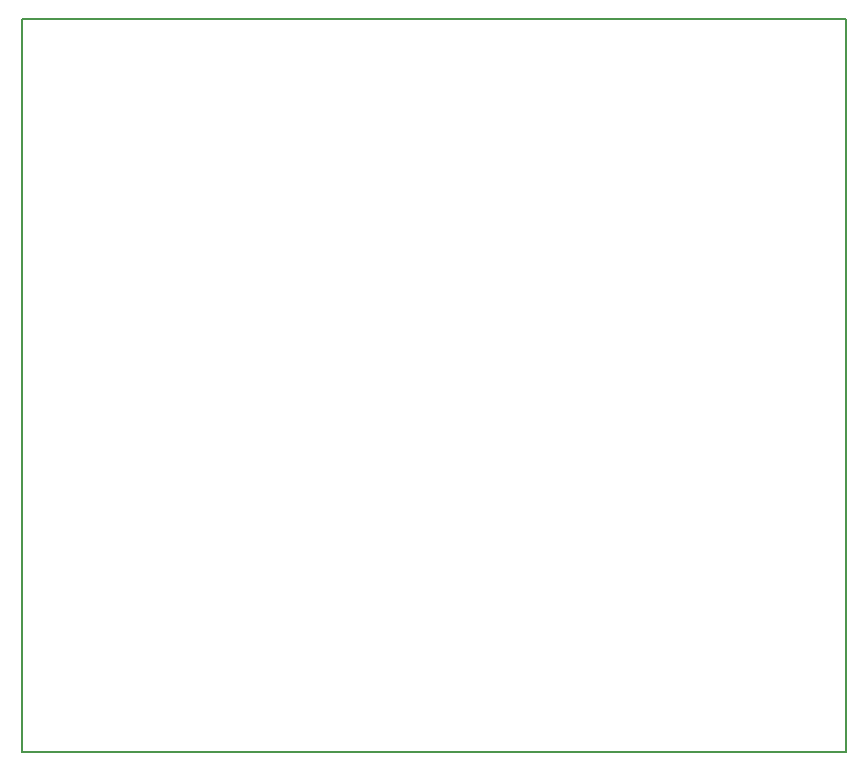
<source format=gm1>
G04 MADE WITH FRITZING*
G04 WWW.FRITZING.ORG*
G04 DOUBLE SIDED*
G04 HOLES PLATED*
G04 CONTOUR ON CENTER OF CONTOUR VECTOR*
%ASAXBY*%
%FSLAX23Y23*%
%MOIN*%
%OFA0B0*%
%SFA1.0B1.0*%
%ADD10R,2.755910X2.452200*%
%ADD11C,0.008000*%
%ADD10C,0.008*%
%LNCONTOUR*%
G90*
G70*
G54D10*
G54D11*
X4Y2448D02*
X2752Y2448D01*
X2752Y4D01*
X4Y4D01*
X4Y2448D01*
D02*
G04 End of contour*
M02*
</source>
